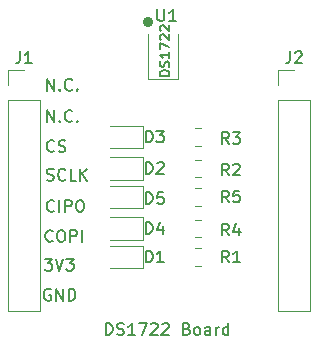
<source format=gto>
%TF.GenerationSoftware,KiCad,Pcbnew,7.0.8*%
%TF.CreationDate,2024-10-03T16:47:23-07:00*%
%TF.ProjectId,lab6PCB,6c616236-5043-4422-9e6b-696361645f70,v01*%
%TF.SameCoordinates,Original*%
%TF.FileFunction,Legend,Top*%
%TF.FilePolarity,Positive*%
%FSLAX46Y46*%
G04 Gerber Fmt 4.6, Leading zero omitted, Abs format (unit mm)*
G04 Created by KiCad (PCBNEW 7.0.8) date 2024-10-03 16:47:23*
%MOMM*%
%LPD*%
G01*
G04 APERTURE LIST*
%ADD10C,0.150000*%
%ADD11C,0.127000*%
%ADD12C,0.100000*%
%ADD13C,0.500000*%
%ADD14C,0.120000*%
G04 APERTURE END LIST*
D10*
X141433779Y-128647819D02*
X141433779Y-127647819D01*
X141433779Y-127647819D02*
X142005207Y-128647819D01*
X142005207Y-128647819D02*
X142005207Y-127647819D01*
X142481398Y-128552580D02*
X142529017Y-128600200D01*
X142529017Y-128600200D02*
X142481398Y-128647819D01*
X142481398Y-128647819D02*
X142433779Y-128600200D01*
X142433779Y-128600200D02*
X142481398Y-128552580D01*
X142481398Y-128552580D02*
X142481398Y-128647819D01*
X143529016Y-128552580D02*
X143481397Y-128600200D01*
X143481397Y-128600200D02*
X143338540Y-128647819D01*
X143338540Y-128647819D02*
X143243302Y-128647819D01*
X143243302Y-128647819D02*
X143100445Y-128600200D01*
X143100445Y-128600200D02*
X143005207Y-128504961D01*
X143005207Y-128504961D02*
X142957588Y-128409723D01*
X142957588Y-128409723D02*
X142909969Y-128219247D01*
X142909969Y-128219247D02*
X142909969Y-128076390D01*
X142909969Y-128076390D02*
X142957588Y-127885914D01*
X142957588Y-127885914D02*
X143005207Y-127790676D01*
X143005207Y-127790676D02*
X143100445Y-127695438D01*
X143100445Y-127695438D02*
X143243302Y-127647819D01*
X143243302Y-127647819D02*
X143338540Y-127647819D01*
X143338540Y-127647819D02*
X143481397Y-127695438D01*
X143481397Y-127695438D02*
X143529016Y-127743057D01*
X143957588Y-128552580D02*
X144005207Y-128600200D01*
X144005207Y-128600200D02*
X143957588Y-128647819D01*
X143957588Y-128647819D02*
X143909969Y-128600200D01*
X143909969Y-128600200D02*
X143957588Y-128552580D01*
X143957588Y-128552580D02*
X143957588Y-128647819D01*
X141433779Y-131314819D02*
X141433779Y-130314819D01*
X141433779Y-130314819D02*
X142005207Y-131314819D01*
X142005207Y-131314819D02*
X142005207Y-130314819D01*
X142481398Y-131219580D02*
X142529017Y-131267200D01*
X142529017Y-131267200D02*
X142481398Y-131314819D01*
X142481398Y-131314819D02*
X142433779Y-131267200D01*
X142433779Y-131267200D02*
X142481398Y-131219580D01*
X142481398Y-131219580D02*
X142481398Y-131314819D01*
X143529016Y-131219580D02*
X143481397Y-131267200D01*
X143481397Y-131267200D02*
X143338540Y-131314819D01*
X143338540Y-131314819D02*
X143243302Y-131314819D01*
X143243302Y-131314819D02*
X143100445Y-131267200D01*
X143100445Y-131267200D02*
X143005207Y-131171961D01*
X143005207Y-131171961D02*
X142957588Y-131076723D01*
X142957588Y-131076723D02*
X142909969Y-130886247D01*
X142909969Y-130886247D02*
X142909969Y-130743390D01*
X142909969Y-130743390D02*
X142957588Y-130552914D01*
X142957588Y-130552914D02*
X143005207Y-130457676D01*
X143005207Y-130457676D02*
X143100445Y-130362438D01*
X143100445Y-130362438D02*
X143243302Y-130314819D01*
X143243302Y-130314819D02*
X143338540Y-130314819D01*
X143338540Y-130314819D02*
X143481397Y-130362438D01*
X143481397Y-130362438D02*
X143529016Y-130410057D01*
X143957588Y-131219580D02*
X144005207Y-131267200D01*
X144005207Y-131267200D02*
X143957588Y-131314819D01*
X143957588Y-131314819D02*
X143909969Y-131267200D01*
X143909969Y-131267200D02*
X143957588Y-131219580D01*
X143957588Y-131219580D02*
X143957588Y-131314819D01*
X142005207Y-133759580D02*
X141957588Y-133807200D01*
X141957588Y-133807200D02*
X141814731Y-133854819D01*
X141814731Y-133854819D02*
X141719493Y-133854819D01*
X141719493Y-133854819D02*
X141576636Y-133807200D01*
X141576636Y-133807200D02*
X141481398Y-133711961D01*
X141481398Y-133711961D02*
X141433779Y-133616723D01*
X141433779Y-133616723D02*
X141386160Y-133426247D01*
X141386160Y-133426247D02*
X141386160Y-133283390D01*
X141386160Y-133283390D02*
X141433779Y-133092914D01*
X141433779Y-133092914D02*
X141481398Y-132997676D01*
X141481398Y-132997676D02*
X141576636Y-132902438D01*
X141576636Y-132902438D02*
X141719493Y-132854819D01*
X141719493Y-132854819D02*
X141814731Y-132854819D01*
X141814731Y-132854819D02*
X141957588Y-132902438D01*
X141957588Y-132902438D02*
X142005207Y-132950057D01*
X142386160Y-133807200D02*
X142529017Y-133854819D01*
X142529017Y-133854819D02*
X142767112Y-133854819D01*
X142767112Y-133854819D02*
X142862350Y-133807200D01*
X142862350Y-133807200D02*
X142909969Y-133759580D01*
X142909969Y-133759580D02*
X142957588Y-133664342D01*
X142957588Y-133664342D02*
X142957588Y-133569104D01*
X142957588Y-133569104D02*
X142909969Y-133473866D01*
X142909969Y-133473866D02*
X142862350Y-133426247D01*
X142862350Y-133426247D02*
X142767112Y-133378628D01*
X142767112Y-133378628D02*
X142576636Y-133331009D01*
X142576636Y-133331009D02*
X142481398Y-133283390D01*
X142481398Y-133283390D02*
X142433779Y-133235771D01*
X142433779Y-133235771D02*
X142386160Y-133140533D01*
X142386160Y-133140533D02*
X142386160Y-133045295D01*
X142386160Y-133045295D02*
X142433779Y-132950057D01*
X142433779Y-132950057D02*
X142481398Y-132902438D01*
X142481398Y-132902438D02*
X142576636Y-132854819D01*
X142576636Y-132854819D02*
X142814731Y-132854819D01*
X142814731Y-132854819D02*
X142957588Y-132902438D01*
X141386160Y-136220200D02*
X141529017Y-136267819D01*
X141529017Y-136267819D02*
X141767112Y-136267819D01*
X141767112Y-136267819D02*
X141862350Y-136220200D01*
X141862350Y-136220200D02*
X141909969Y-136172580D01*
X141909969Y-136172580D02*
X141957588Y-136077342D01*
X141957588Y-136077342D02*
X141957588Y-135982104D01*
X141957588Y-135982104D02*
X141909969Y-135886866D01*
X141909969Y-135886866D02*
X141862350Y-135839247D01*
X141862350Y-135839247D02*
X141767112Y-135791628D01*
X141767112Y-135791628D02*
X141576636Y-135744009D01*
X141576636Y-135744009D02*
X141481398Y-135696390D01*
X141481398Y-135696390D02*
X141433779Y-135648771D01*
X141433779Y-135648771D02*
X141386160Y-135553533D01*
X141386160Y-135553533D02*
X141386160Y-135458295D01*
X141386160Y-135458295D02*
X141433779Y-135363057D01*
X141433779Y-135363057D02*
X141481398Y-135315438D01*
X141481398Y-135315438D02*
X141576636Y-135267819D01*
X141576636Y-135267819D02*
X141814731Y-135267819D01*
X141814731Y-135267819D02*
X141957588Y-135315438D01*
X142957588Y-136172580D02*
X142909969Y-136220200D01*
X142909969Y-136220200D02*
X142767112Y-136267819D01*
X142767112Y-136267819D02*
X142671874Y-136267819D01*
X142671874Y-136267819D02*
X142529017Y-136220200D01*
X142529017Y-136220200D02*
X142433779Y-136124961D01*
X142433779Y-136124961D02*
X142386160Y-136029723D01*
X142386160Y-136029723D02*
X142338541Y-135839247D01*
X142338541Y-135839247D02*
X142338541Y-135696390D01*
X142338541Y-135696390D02*
X142386160Y-135505914D01*
X142386160Y-135505914D02*
X142433779Y-135410676D01*
X142433779Y-135410676D02*
X142529017Y-135315438D01*
X142529017Y-135315438D02*
X142671874Y-135267819D01*
X142671874Y-135267819D02*
X142767112Y-135267819D01*
X142767112Y-135267819D02*
X142909969Y-135315438D01*
X142909969Y-135315438D02*
X142957588Y-135363057D01*
X143862350Y-136267819D02*
X143386160Y-136267819D01*
X143386160Y-136267819D02*
X143386160Y-135267819D01*
X144195684Y-136267819D02*
X144195684Y-135267819D01*
X144767112Y-136267819D02*
X144338541Y-135696390D01*
X144767112Y-135267819D02*
X144195684Y-135839247D01*
X142005207Y-138839580D02*
X141957588Y-138887200D01*
X141957588Y-138887200D02*
X141814731Y-138934819D01*
X141814731Y-138934819D02*
X141719493Y-138934819D01*
X141719493Y-138934819D02*
X141576636Y-138887200D01*
X141576636Y-138887200D02*
X141481398Y-138791961D01*
X141481398Y-138791961D02*
X141433779Y-138696723D01*
X141433779Y-138696723D02*
X141386160Y-138506247D01*
X141386160Y-138506247D02*
X141386160Y-138363390D01*
X141386160Y-138363390D02*
X141433779Y-138172914D01*
X141433779Y-138172914D02*
X141481398Y-138077676D01*
X141481398Y-138077676D02*
X141576636Y-137982438D01*
X141576636Y-137982438D02*
X141719493Y-137934819D01*
X141719493Y-137934819D02*
X141814731Y-137934819D01*
X141814731Y-137934819D02*
X141957588Y-137982438D01*
X141957588Y-137982438D02*
X142005207Y-138030057D01*
X142433779Y-138934819D02*
X142433779Y-137934819D01*
X142909969Y-138934819D02*
X142909969Y-137934819D01*
X142909969Y-137934819D02*
X143290921Y-137934819D01*
X143290921Y-137934819D02*
X143386159Y-137982438D01*
X143386159Y-137982438D02*
X143433778Y-138030057D01*
X143433778Y-138030057D02*
X143481397Y-138125295D01*
X143481397Y-138125295D02*
X143481397Y-138268152D01*
X143481397Y-138268152D02*
X143433778Y-138363390D01*
X143433778Y-138363390D02*
X143386159Y-138411009D01*
X143386159Y-138411009D02*
X143290921Y-138458628D01*
X143290921Y-138458628D02*
X142909969Y-138458628D01*
X144100445Y-137934819D02*
X144290921Y-137934819D01*
X144290921Y-137934819D02*
X144386159Y-137982438D01*
X144386159Y-137982438D02*
X144481397Y-138077676D01*
X144481397Y-138077676D02*
X144529016Y-138268152D01*
X144529016Y-138268152D02*
X144529016Y-138601485D01*
X144529016Y-138601485D02*
X144481397Y-138791961D01*
X144481397Y-138791961D02*
X144386159Y-138887200D01*
X144386159Y-138887200D02*
X144290921Y-138934819D01*
X144290921Y-138934819D02*
X144100445Y-138934819D01*
X144100445Y-138934819D02*
X144005207Y-138887200D01*
X144005207Y-138887200D02*
X143909969Y-138791961D01*
X143909969Y-138791961D02*
X143862350Y-138601485D01*
X143862350Y-138601485D02*
X143862350Y-138268152D01*
X143862350Y-138268152D02*
X143909969Y-138077676D01*
X143909969Y-138077676D02*
X144005207Y-137982438D01*
X144005207Y-137982438D02*
X144100445Y-137934819D01*
X141878207Y-141379580D02*
X141830588Y-141427200D01*
X141830588Y-141427200D02*
X141687731Y-141474819D01*
X141687731Y-141474819D02*
X141592493Y-141474819D01*
X141592493Y-141474819D02*
X141449636Y-141427200D01*
X141449636Y-141427200D02*
X141354398Y-141331961D01*
X141354398Y-141331961D02*
X141306779Y-141236723D01*
X141306779Y-141236723D02*
X141259160Y-141046247D01*
X141259160Y-141046247D02*
X141259160Y-140903390D01*
X141259160Y-140903390D02*
X141306779Y-140712914D01*
X141306779Y-140712914D02*
X141354398Y-140617676D01*
X141354398Y-140617676D02*
X141449636Y-140522438D01*
X141449636Y-140522438D02*
X141592493Y-140474819D01*
X141592493Y-140474819D02*
X141687731Y-140474819D01*
X141687731Y-140474819D02*
X141830588Y-140522438D01*
X141830588Y-140522438D02*
X141878207Y-140570057D01*
X142497255Y-140474819D02*
X142687731Y-140474819D01*
X142687731Y-140474819D02*
X142782969Y-140522438D01*
X142782969Y-140522438D02*
X142878207Y-140617676D01*
X142878207Y-140617676D02*
X142925826Y-140808152D01*
X142925826Y-140808152D02*
X142925826Y-141141485D01*
X142925826Y-141141485D02*
X142878207Y-141331961D01*
X142878207Y-141331961D02*
X142782969Y-141427200D01*
X142782969Y-141427200D02*
X142687731Y-141474819D01*
X142687731Y-141474819D02*
X142497255Y-141474819D01*
X142497255Y-141474819D02*
X142402017Y-141427200D01*
X142402017Y-141427200D02*
X142306779Y-141331961D01*
X142306779Y-141331961D02*
X142259160Y-141141485D01*
X142259160Y-141141485D02*
X142259160Y-140808152D01*
X142259160Y-140808152D02*
X142306779Y-140617676D01*
X142306779Y-140617676D02*
X142402017Y-140522438D01*
X142402017Y-140522438D02*
X142497255Y-140474819D01*
X143354398Y-141474819D02*
X143354398Y-140474819D01*
X143354398Y-140474819D02*
X143735350Y-140474819D01*
X143735350Y-140474819D02*
X143830588Y-140522438D01*
X143830588Y-140522438D02*
X143878207Y-140570057D01*
X143878207Y-140570057D02*
X143925826Y-140665295D01*
X143925826Y-140665295D02*
X143925826Y-140808152D01*
X143925826Y-140808152D02*
X143878207Y-140903390D01*
X143878207Y-140903390D02*
X143830588Y-140951009D01*
X143830588Y-140951009D02*
X143735350Y-140998628D01*
X143735350Y-140998628D02*
X143354398Y-140998628D01*
X144354398Y-141474819D02*
X144354398Y-140474819D01*
X141211541Y-142887819D02*
X141830588Y-142887819D01*
X141830588Y-142887819D02*
X141497255Y-143268771D01*
X141497255Y-143268771D02*
X141640112Y-143268771D01*
X141640112Y-143268771D02*
X141735350Y-143316390D01*
X141735350Y-143316390D02*
X141782969Y-143364009D01*
X141782969Y-143364009D02*
X141830588Y-143459247D01*
X141830588Y-143459247D02*
X141830588Y-143697342D01*
X141830588Y-143697342D02*
X141782969Y-143792580D01*
X141782969Y-143792580D02*
X141735350Y-143840200D01*
X141735350Y-143840200D02*
X141640112Y-143887819D01*
X141640112Y-143887819D02*
X141354398Y-143887819D01*
X141354398Y-143887819D02*
X141259160Y-143840200D01*
X141259160Y-143840200D02*
X141211541Y-143792580D01*
X142116303Y-142887819D02*
X142449636Y-143887819D01*
X142449636Y-143887819D02*
X142782969Y-142887819D01*
X143021065Y-142887819D02*
X143640112Y-142887819D01*
X143640112Y-142887819D02*
X143306779Y-143268771D01*
X143306779Y-143268771D02*
X143449636Y-143268771D01*
X143449636Y-143268771D02*
X143544874Y-143316390D01*
X143544874Y-143316390D02*
X143592493Y-143364009D01*
X143592493Y-143364009D02*
X143640112Y-143459247D01*
X143640112Y-143459247D02*
X143640112Y-143697342D01*
X143640112Y-143697342D02*
X143592493Y-143792580D01*
X143592493Y-143792580D02*
X143544874Y-143840200D01*
X143544874Y-143840200D02*
X143449636Y-143887819D01*
X143449636Y-143887819D02*
X143163922Y-143887819D01*
X143163922Y-143887819D02*
X143068684Y-143840200D01*
X143068684Y-143840200D02*
X143021065Y-143792580D01*
X141703588Y-145475438D02*
X141608350Y-145427819D01*
X141608350Y-145427819D02*
X141465493Y-145427819D01*
X141465493Y-145427819D02*
X141322636Y-145475438D01*
X141322636Y-145475438D02*
X141227398Y-145570676D01*
X141227398Y-145570676D02*
X141179779Y-145665914D01*
X141179779Y-145665914D02*
X141132160Y-145856390D01*
X141132160Y-145856390D02*
X141132160Y-145999247D01*
X141132160Y-145999247D02*
X141179779Y-146189723D01*
X141179779Y-146189723D02*
X141227398Y-146284961D01*
X141227398Y-146284961D02*
X141322636Y-146380200D01*
X141322636Y-146380200D02*
X141465493Y-146427819D01*
X141465493Y-146427819D02*
X141560731Y-146427819D01*
X141560731Y-146427819D02*
X141703588Y-146380200D01*
X141703588Y-146380200D02*
X141751207Y-146332580D01*
X141751207Y-146332580D02*
X141751207Y-145999247D01*
X141751207Y-145999247D02*
X141560731Y-145999247D01*
X142179779Y-146427819D02*
X142179779Y-145427819D01*
X142179779Y-145427819D02*
X142751207Y-146427819D01*
X142751207Y-146427819D02*
X142751207Y-145427819D01*
X143227398Y-146427819D02*
X143227398Y-145427819D01*
X143227398Y-145427819D02*
X143465493Y-145427819D01*
X143465493Y-145427819D02*
X143608350Y-145475438D01*
X143608350Y-145475438D02*
X143703588Y-145570676D01*
X143703588Y-145570676D02*
X143751207Y-145665914D01*
X143751207Y-145665914D02*
X143798826Y-145856390D01*
X143798826Y-145856390D02*
X143798826Y-145999247D01*
X143798826Y-145999247D02*
X143751207Y-146189723D01*
X143751207Y-146189723D02*
X143703588Y-146284961D01*
X143703588Y-146284961D02*
X143608350Y-146380200D01*
X143608350Y-146380200D02*
X143465493Y-146427819D01*
X143465493Y-146427819D02*
X143227398Y-146427819D01*
D11*
X146371647Y-149350015D02*
X146371647Y-148350015D01*
X146371647Y-148350015D02*
X146609742Y-148350015D01*
X146609742Y-148350015D02*
X146752599Y-148397634D01*
X146752599Y-148397634D02*
X146847837Y-148492872D01*
X146847837Y-148492872D02*
X146895456Y-148588110D01*
X146895456Y-148588110D02*
X146943075Y-148778586D01*
X146943075Y-148778586D02*
X146943075Y-148921443D01*
X146943075Y-148921443D02*
X146895456Y-149111919D01*
X146895456Y-149111919D02*
X146847837Y-149207157D01*
X146847837Y-149207157D02*
X146752599Y-149302396D01*
X146752599Y-149302396D02*
X146609742Y-149350015D01*
X146609742Y-149350015D02*
X146371647Y-149350015D01*
X147324028Y-149302396D02*
X147466885Y-149350015D01*
X147466885Y-149350015D02*
X147704980Y-149350015D01*
X147704980Y-149350015D02*
X147800218Y-149302396D01*
X147800218Y-149302396D02*
X147847837Y-149254776D01*
X147847837Y-149254776D02*
X147895456Y-149159538D01*
X147895456Y-149159538D02*
X147895456Y-149064300D01*
X147895456Y-149064300D02*
X147847837Y-148969062D01*
X147847837Y-148969062D02*
X147800218Y-148921443D01*
X147800218Y-148921443D02*
X147704980Y-148873824D01*
X147704980Y-148873824D02*
X147514504Y-148826205D01*
X147514504Y-148826205D02*
X147419266Y-148778586D01*
X147419266Y-148778586D02*
X147371647Y-148730967D01*
X147371647Y-148730967D02*
X147324028Y-148635729D01*
X147324028Y-148635729D02*
X147324028Y-148540491D01*
X147324028Y-148540491D02*
X147371647Y-148445253D01*
X147371647Y-148445253D02*
X147419266Y-148397634D01*
X147419266Y-148397634D02*
X147514504Y-148350015D01*
X147514504Y-148350015D02*
X147752599Y-148350015D01*
X147752599Y-148350015D02*
X147895456Y-148397634D01*
X148847837Y-149350015D02*
X148276409Y-149350015D01*
X148562123Y-149350015D02*
X148562123Y-148350015D01*
X148562123Y-148350015D02*
X148466885Y-148492872D01*
X148466885Y-148492872D02*
X148371647Y-148588110D01*
X148371647Y-148588110D02*
X148276409Y-148635729D01*
X149181171Y-148350015D02*
X149847837Y-148350015D01*
X149847837Y-148350015D02*
X149419266Y-149350015D01*
X150181171Y-148445253D02*
X150228790Y-148397634D01*
X150228790Y-148397634D02*
X150324028Y-148350015D01*
X150324028Y-148350015D02*
X150562123Y-148350015D01*
X150562123Y-148350015D02*
X150657361Y-148397634D01*
X150657361Y-148397634D02*
X150704980Y-148445253D01*
X150704980Y-148445253D02*
X150752599Y-148540491D01*
X150752599Y-148540491D02*
X150752599Y-148635729D01*
X150752599Y-148635729D02*
X150704980Y-148778586D01*
X150704980Y-148778586D02*
X150133552Y-149350015D01*
X150133552Y-149350015D02*
X150752599Y-149350015D01*
X151133552Y-148445253D02*
X151181171Y-148397634D01*
X151181171Y-148397634D02*
X151276409Y-148350015D01*
X151276409Y-148350015D02*
X151514504Y-148350015D01*
X151514504Y-148350015D02*
X151609742Y-148397634D01*
X151609742Y-148397634D02*
X151657361Y-148445253D01*
X151657361Y-148445253D02*
X151704980Y-148540491D01*
X151704980Y-148540491D02*
X151704980Y-148635729D01*
X151704980Y-148635729D02*
X151657361Y-148778586D01*
X151657361Y-148778586D02*
X151085933Y-149350015D01*
X151085933Y-149350015D02*
X151704980Y-149350015D01*
X153228790Y-148826205D02*
X153371647Y-148873824D01*
X153371647Y-148873824D02*
X153419266Y-148921443D01*
X153419266Y-148921443D02*
X153466885Y-149016681D01*
X153466885Y-149016681D02*
X153466885Y-149159538D01*
X153466885Y-149159538D02*
X153419266Y-149254776D01*
X153419266Y-149254776D02*
X153371647Y-149302396D01*
X153371647Y-149302396D02*
X153276409Y-149350015D01*
X153276409Y-149350015D02*
X152895457Y-149350015D01*
X152895457Y-149350015D02*
X152895457Y-148350015D01*
X152895457Y-148350015D02*
X153228790Y-148350015D01*
X153228790Y-148350015D02*
X153324028Y-148397634D01*
X153324028Y-148397634D02*
X153371647Y-148445253D01*
X153371647Y-148445253D02*
X153419266Y-148540491D01*
X153419266Y-148540491D02*
X153419266Y-148635729D01*
X153419266Y-148635729D02*
X153371647Y-148730967D01*
X153371647Y-148730967D02*
X153324028Y-148778586D01*
X153324028Y-148778586D02*
X153228790Y-148826205D01*
X153228790Y-148826205D02*
X152895457Y-148826205D01*
X154038314Y-149350015D02*
X153943076Y-149302396D01*
X153943076Y-149302396D02*
X153895457Y-149254776D01*
X153895457Y-149254776D02*
X153847838Y-149159538D01*
X153847838Y-149159538D02*
X153847838Y-148873824D01*
X153847838Y-148873824D02*
X153895457Y-148778586D01*
X153895457Y-148778586D02*
X153943076Y-148730967D01*
X153943076Y-148730967D02*
X154038314Y-148683348D01*
X154038314Y-148683348D02*
X154181171Y-148683348D01*
X154181171Y-148683348D02*
X154276409Y-148730967D01*
X154276409Y-148730967D02*
X154324028Y-148778586D01*
X154324028Y-148778586D02*
X154371647Y-148873824D01*
X154371647Y-148873824D02*
X154371647Y-149159538D01*
X154371647Y-149159538D02*
X154324028Y-149254776D01*
X154324028Y-149254776D02*
X154276409Y-149302396D01*
X154276409Y-149302396D02*
X154181171Y-149350015D01*
X154181171Y-149350015D02*
X154038314Y-149350015D01*
X155228790Y-149350015D02*
X155228790Y-148826205D01*
X155228790Y-148826205D02*
X155181171Y-148730967D01*
X155181171Y-148730967D02*
X155085933Y-148683348D01*
X155085933Y-148683348D02*
X154895457Y-148683348D01*
X154895457Y-148683348D02*
X154800219Y-148730967D01*
X155228790Y-149302396D02*
X155133552Y-149350015D01*
X155133552Y-149350015D02*
X154895457Y-149350015D01*
X154895457Y-149350015D02*
X154800219Y-149302396D01*
X154800219Y-149302396D02*
X154752600Y-149207157D01*
X154752600Y-149207157D02*
X154752600Y-149111919D01*
X154752600Y-149111919D02*
X154800219Y-149016681D01*
X154800219Y-149016681D02*
X154895457Y-148969062D01*
X154895457Y-148969062D02*
X155133552Y-148969062D01*
X155133552Y-148969062D02*
X155228790Y-148921443D01*
X155704981Y-149350015D02*
X155704981Y-148683348D01*
X155704981Y-148873824D02*
X155752600Y-148778586D01*
X155752600Y-148778586D02*
X155800219Y-148730967D01*
X155800219Y-148730967D02*
X155895457Y-148683348D01*
X155895457Y-148683348D02*
X155990695Y-148683348D01*
X156752600Y-149350015D02*
X156752600Y-148350015D01*
X156752600Y-149302396D02*
X156657362Y-149350015D01*
X156657362Y-149350015D02*
X156466886Y-149350015D01*
X156466886Y-149350015D02*
X156371648Y-149302396D01*
X156371648Y-149302396D02*
X156324029Y-149254776D01*
X156324029Y-149254776D02*
X156276410Y-149159538D01*
X156276410Y-149159538D02*
X156276410Y-148873824D01*
X156276410Y-148873824D02*
X156324029Y-148778586D01*
X156324029Y-148778586D02*
X156371648Y-148730967D01*
X156371648Y-148730967D02*
X156466886Y-148683348D01*
X156466886Y-148683348D02*
X156657362Y-148683348D01*
X156657362Y-148683348D02*
X156752600Y-148730967D01*
X150749095Y-121757015D02*
X150749095Y-122566538D01*
X150749095Y-122566538D02*
X150796714Y-122661776D01*
X150796714Y-122661776D02*
X150844333Y-122709396D01*
X150844333Y-122709396D02*
X150939571Y-122757015D01*
X150939571Y-122757015D02*
X151130047Y-122757015D01*
X151130047Y-122757015D02*
X151225285Y-122709396D01*
X151225285Y-122709396D02*
X151272904Y-122661776D01*
X151272904Y-122661776D02*
X151320523Y-122566538D01*
X151320523Y-122566538D02*
X151320523Y-121757015D01*
X152320523Y-122757015D02*
X151749095Y-122757015D01*
X152034809Y-122757015D02*
X152034809Y-121757015D01*
X152034809Y-121757015D02*
X151939571Y-121899872D01*
X151939571Y-121899872D02*
X151844333Y-121995110D01*
X151844333Y-121995110D02*
X151749095Y-122042729D01*
X151752491Y-127385471D02*
X150952491Y-127385471D01*
X150952491Y-127385471D02*
X150952491Y-127194995D01*
X150952491Y-127194995D02*
X150990586Y-127080709D01*
X150990586Y-127080709D02*
X151066776Y-127004519D01*
X151066776Y-127004519D02*
X151142967Y-126966424D01*
X151142967Y-126966424D02*
X151295348Y-126928328D01*
X151295348Y-126928328D02*
X151409634Y-126928328D01*
X151409634Y-126928328D02*
X151562015Y-126966424D01*
X151562015Y-126966424D02*
X151638205Y-127004519D01*
X151638205Y-127004519D02*
X151714396Y-127080709D01*
X151714396Y-127080709D02*
X151752491Y-127194995D01*
X151752491Y-127194995D02*
X151752491Y-127385471D01*
X151714396Y-126623567D02*
X151752491Y-126509281D01*
X151752491Y-126509281D02*
X151752491Y-126318805D01*
X151752491Y-126318805D02*
X151714396Y-126242614D01*
X151714396Y-126242614D02*
X151676300Y-126204519D01*
X151676300Y-126204519D02*
X151600110Y-126166424D01*
X151600110Y-126166424D02*
X151523919Y-126166424D01*
X151523919Y-126166424D02*
X151447729Y-126204519D01*
X151447729Y-126204519D02*
X151409634Y-126242614D01*
X151409634Y-126242614D02*
X151371538Y-126318805D01*
X151371538Y-126318805D02*
X151333443Y-126471186D01*
X151333443Y-126471186D02*
X151295348Y-126547376D01*
X151295348Y-126547376D02*
X151257253Y-126585471D01*
X151257253Y-126585471D02*
X151181062Y-126623567D01*
X151181062Y-126623567D02*
X151104872Y-126623567D01*
X151104872Y-126623567D02*
X151028681Y-126585471D01*
X151028681Y-126585471D02*
X150990586Y-126547376D01*
X150990586Y-126547376D02*
X150952491Y-126471186D01*
X150952491Y-126471186D02*
X150952491Y-126280709D01*
X150952491Y-126280709D02*
X150990586Y-126166424D01*
X151752491Y-125404519D02*
X151752491Y-125861662D01*
X151752491Y-125633090D02*
X150952491Y-125633090D01*
X150952491Y-125633090D02*
X151066776Y-125709281D01*
X151066776Y-125709281D02*
X151142967Y-125785471D01*
X151142967Y-125785471D02*
X151181062Y-125861662D01*
X150952491Y-125137852D02*
X150952491Y-124604518D01*
X150952491Y-124604518D02*
X151752491Y-124947376D01*
X151028681Y-124337852D02*
X150990586Y-124299756D01*
X150990586Y-124299756D02*
X150952491Y-124223566D01*
X150952491Y-124223566D02*
X150952491Y-124033090D01*
X150952491Y-124033090D02*
X150990586Y-123956899D01*
X150990586Y-123956899D02*
X151028681Y-123918804D01*
X151028681Y-123918804D02*
X151104872Y-123880709D01*
X151104872Y-123880709D02*
X151181062Y-123880709D01*
X151181062Y-123880709D02*
X151295348Y-123918804D01*
X151295348Y-123918804D02*
X151752491Y-124375947D01*
X151752491Y-124375947D02*
X151752491Y-123880709D01*
X151028681Y-123575947D02*
X150990586Y-123537851D01*
X150990586Y-123537851D02*
X150952491Y-123461661D01*
X150952491Y-123461661D02*
X150952491Y-123271185D01*
X150952491Y-123271185D02*
X150990586Y-123194994D01*
X150990586Y-123194994D02*
X151028681Y-123156899D01*
X151028681Y-123156899D02*
X151104872Y-123118804D01*
X151104872Y-123118804D02*
X151181062Y-123118804D01*
X151181062Y-123118804D02*
X151295348Y-123156899D01*
X151295348Y-123156899D02*
X151752491Y-123614042D01*
X151752491Y-123614042D02*
X151752491Y-123118804D01*
D10*
X156782333Y-138122819D02*
X156449000Y-137646628D01*
X156210905Y-138122819D02*
X156210905Y-137122819D01*
X156210905Y-137122819D02*
X156591857Y-137122819D01*
X156591857Y-137122819D02*
X156687095Y-137170438D01*
X156687095Y-137170438D02*
X156734714Y-137218057D01*
X156734714Y-137218057D02*
X156782333Y-137313295D01*
X156782333Y-137313295D02*
X156782333Y-137456152D01*
X156782333Y-137456152D02*
X156734714Y-137551390D01*
X156734714Y-137551390D02*
X156687095Y-137599009D01*
X156687095Y-137599009D02*
X156591857Y-137646628D01*
X156591857Y-137646628D02*
X156210905Y-137646628D01*
X157687095Y-137122819D02*
X157210905Y-137122819D01*
X157210905Y-137122819D02*
X157163286Y-137599009D01*
X157163286Y-137599009D02*
X157210905Y-137551390D01*
X157210905Y-137551390D02*
X157306143Y-137503771D01*
X157306143Y-137503771D02*
X157544238Y-137503771D01*
X157544238Y-137503771D02*
X157639476Y-137551390D01*
X157639476Y-137551390D02*
X157687095Y-137599009D01*
X157687095Y-137599009D02*
X157734714Y-137694247D01*
X157734714Y-137694247D02*
X157734714Y-137932342D01*
X157734714Y-137932342D02*
X157687095Y-138027580D01*
X157687095Y-138027580D02*
X157639476Y-138075200D01*
X157639476Y-138075200D02*
X157544238Y-138122819D01*
X157544238Y-138122819D02*
X157306143Y-138122819D01*
X157306143Y-138122819D02*
X157210905Y-138075200D01*
X157210905Y-138075200D02*
X157163286Y-138027580D01*
X156782333Y-140916819D02*
X156449000Y-140440628D01*
X156210905Y-140916819D02*
X156210905Y-139916819D01*
X156210905Y-139916819D02*
X156591857Y-139916819D01*
X156591857Y-139916819D02*
X156687095Y-139964438D01*
X156687095Y-139964438D02*
X156734714Y-140012057D01*
X156734714Y-140012057D02*
X156782333Y-140107295D01*
X156782333Y-140107295D02*
X156782333Y-140250152D01*
X156782333Y-140250152D02*
X156734714Y-140345390D01*
X156734714Y-140345390D02*
X156687095Y-140393009D01*
X156687095Y-140393009D02*
X156591857Y-140440628D01*
X156591857Y-140440628D02*
X156210905Y-140440628D01*
X157639476Y-140250152D02*
X157639476Y-140916819D01*
X157401381Y-139869200D02*
X157163286Y-140583485D01*
X157163286Y-140583485D02*
X157782333Y-140583485D01*
X156782333Y-133169819D02*
X156449000Y-132693628D01*
X156210905Y-133169819D02*
X156210905Y-132169819D01*
X156210905Y-132169819D02*
X156591857Y-132169819D01*
X156591857Y-132169819D02*
X156687095Y-132217438D01*
X156687095Y-132217438D02*
X156734714Y-132265057D01*
X156734714Y-132265057D02*
X156782333Y-132360295D01*
X156782333Y-132360295D02*
X156782333Y-132503152D01*
X156782333Y-132503152D02*
X156734714Y-132598390D01*
X156734714Y-132598390D02*
X156687095Y-132646009D01*
X156687095Y-132646009D02*
X156591857Y-132693628D01*
X156591857Y-132693628D02*
X156210905Y-132693628D01*
X157115667Y-132169819D02*
X157734714Y-132169819D01*
X157734714Y-132169819D02*
X157401381Y-132550771D01*
X157401381Y-132550771D02*
X157544238Y-132550771D01*
X157544238Y-132550771D02*
X157639476Y-132598390D01*
X157639476Y-132598390D02*
X157687095Y-132646009D01*
X157687095Y-132646009D02*
X157734714Y-132741247D01*
X157734714Y-132741247D02*
X157734714Y-132979342D01*
X157734714Y-132979342D02*
X157687095Y-133074580D01*
X157687095Y-133074580D02*
X157639476Y-133122200D01*
X157639476Y-133122200D02*
X157544238Y-133169819D01*
X157544238Y-133169819D02*
X157258524Y-133169819D01*
X157258524Y-133169819D02*
X157163286Y-133122200D01*
X157163286Y-133122200D02*
X157115667Y-133074580D01*
X156782333Y-135836819D02*
X156449000Y-135360628D01*
X156210905Y-135836819D02*
X156210905Y-134836819D01*
X156210905Y-134836819D02*
X156591857Y-134836819D01*
X156591857Y-134836819D02*
X156687095Y-134884438D01*
X156687095Y-134884438D02*
X156734714Y-134932057D01*
X156734714Y-134932057D02*
X156782333Y-135027295D01*
X156782333Y-135027295D02*
X156782333Y-135170152D01*
X156782333Y-135170152D02*
X156734714Y-135265390D01*
X156734714Y-135265390D02*
X156687095Y-135313009D01*
X156687095Y-135313009D02*
X156591857Y-135360628D01*
X156591857Y-135360628D02*
X156210905Y-135360628D01*
X157163286Y-134932057D02*
X157210905Y-134884438D01*
X157210905Y-134884438D02*
X157306143Y-134836819D01*
X157306143Y-134836819D02*
X157544238Y-134836819D01*
X157544238Y-134836819D02*
X157639476Y-134884438D01*
X157639476Y-134884438D02*
X157687095Y-134932057D01*
X157687095Y-134932057D02*
X157734714Y-135027295D01*
X157734714Y-135027295D02*
X157734714Y-135122533D01*
X157734714Y-135122533D02*
X157687095Y-135265390D01*
X157687095Y-135265390D02*
X157115667Y-135836819D01*
X157115667Y-135836819D02*
X157734714Y-135836819D01*
X156782333Y-143202819D02*
X156449000Y-142726628D01*
X156210905Y-143202819D02*
X156210905Y-142202819D01*
X156210905Y-142202819D02*
X156591857Y-142202819D01*
X156591857Y-142202819D02*
X156687095Y-142250438D01*
X156687095Y-142250438D02*
X156734714Y-142298057D01*
X156734714Y-142298057D02*
X156782333Y-142393295D01*
X156782333Y-142393295D02*
X156782333Y-142536152D01*
X156782333Y-142536152D02*
X156734714Y-142631390D01*
X156734714Y-142631390D02*
X156687095Y-142679009D01*
X156687095Y-142679009D02*
X156591857Y-142726628D01*
X156591857Y-142726628D02*
X156210905Y-142726628D01*
X157734714Y-143202819D02*
X157163286Y-143202819D01*
X157449000Y-143202819D02*
X157449000Y-142202819D01*
X157449000Y-142202819D02*
X157353762Y-142345676D01*
X157353762Y-142345676D02*
X157258524Y-142440914D01*
X157258524Y-142440914D02*
X157163286Y-142488533D01*
X161972666Y-125333819D02*
X161972666Y-126048104D01*
X161972666Y-126048104D02*
X161925047Y-126190961D01*
X161925047Y-126190961D02*
X161829809Y-126286200D01*
X161829809Y-126286200D02*
X161686952Y-126333819D01*
X161686952Y-126333819D02*
X161591714Y-126333819D01*
X162401238Y-125429057D02*
X162448857Y-125381438D01*
X162448857Y-125381438D02*
X162544095Y-125333819D01*
X162544095Y-125333819D02*
X162782190Y-125333819D01*
X162782190Y-125333819D02*
X162877428Y-125381438D01*
X162877428Y-125381438D02*
X162925047Y-125429057D01*
X162925047Y-125429057D02*
X162972666Y-125524295D01*
X162972666Y-125524295D02*
X162972666Y-125619533D01*
X162972666Y-125619533D02*
X162925047Y-125762390D01*
X162925047Y-125762390D02*
X162353619Y-126333819D01*
X162353619Y-126333819D02*
X162972666Y-126333819D01*
X139112666Y-125333819D02*
X139112666Y-126048104D01*
X139112666Y-126048104D02*
X139065047Y-126190961D01*
X139065047Y-126190961D02*
X138969809Y-126286200D01*
X138969809Y-126286200D02*
X138826952Y-126333819D01*
X138826952Y-126333819D02*
X138731714Y-126333819D01*
X140112666Y-126333819D02*
X139541238Y-126333819D01*
X139826952Y-126333819D02*
X139826952Y-125333819D01*
X139826952Y-125333819D02*
X139731714Y-125476676D01*
X139731714Y-125476676D02*
X139636476Y-125571914D01*
X139636476Y-125571914D02*
X139541238Y-125619533D01*
X149756905Y-138249819D02*
X149756905Y-137249819D01*
X149756905Y-137249819D02*
X149995000Y-137249819D01*
X149995000Y-137249819D02*
X150137857Y-137297438D01*
X150137857Y-137297438D02*
X150233095Y-137392676D01*
X150233095Y-137392676D02*
X150280714Y-137487914D01*
X150280714Y-137487914D02*
X150328333Y-137678390D01*
X150328333Y-137678390D02*
X150328333Y-137821247D01*
X150328333Y-137821247D02*
X150280714Y-138011723D01*
X150280714Y-138011723D02*
X150233095Y-138106961D01*
X150233095Y-138106961D02*
X150137857Y-138202200D01*
X150137857Y-138202200D02*
X149995000Y-138249819D01*
X149995000Y-138249819D02*
X149756905Y-138249819D01*
X151233095Y-137249819D02*
X150756905Y-137249819D01*
X150756905Y-137249819D02*
X150709286Y-137726009D01*
X150709286Y-137726009D02*
X150756905Y-137678390D01*
X150756905Y-137678390D02*
X150852143Y-137630771D01*
X150852143Y-137630771D02*
X151090238Y-137630771D01*
X151090238Y-137630771D02*
X151185476Y-137678390D01*
X151185476Y-137678390D02*
X151233095Y-137726009D01*
X151233095Y-137726009D02*
X151280714Y-137821247D01*
X151280714Y-137821247D02*
X151280714Y-138059342D01*
X151280714Y-138059342D02*
X151233095Y-138154580D01*
X151233095Y-138154580D02*
X151185476Y-138202200D01*
X151185476Y-138202200D02*
X151090238Y-138249819D01*
X151090238Y-138249819D02*
X150852143Y-138249819D01*
X150852143Y-138249819D02*
X150756905Y-138202200D01*
X150756905Y-138202200D02*
X150709286Y-138154580D01*
X149756905Y-140789819D02*
X149756905Y-139789819D01*
X149756905Y-139789819D02*
X149995000Y-139789819D01*
X149995000Y-139789819D02*
X150137857Y-139837438D01*
X150137857Y-139837438D02*
X150233095Y-139932676D01*
X150233095Y-139932676D02*
X150280714Y-140027914D01*
X150280714Y-140027914D02*
X150328333Y-140218390D01*
X150328333Y-140218390D02*
X150328333Y-140361247D01*
X150328333Y-140361247D02*
X150280714Y-140551723D01*
X150280714Y-140551723D02*
X150233095Y-140646961D01*
X150233095Y-140646961D02*
X150137857Y-140742200D01*
X150137857Y-140742200D02*
X149995000Y-140789819D01*
X149995000Y-140789819D02*
X149756905Y-140789819D01*
X151185476Y-140123152D02*
X151185476Y-140789819D01*
X150947381Y-139742200D02*
X150709286Y-140456485D01*
X150709286Y-140456485D02*
X151328333Y-140456485D01*
X149756905Y-133042819D02*
X149756905Y-132042819D01*
X149756905Y-132042819D02*
X149995000Y-132042819D01*
X149995000Y-132042819D02*
X150137857Y-132090438D01*
X150137857Y-132090438D02*
X150233095Y-132185676D01*
X150233095Y-132185676D02*
X150280714Y-132280914D01*
X150280714Y-132280914D02*
X150328333Y-132471390D01*
X150328333Y-132471390D02*
X150328333Y-132614247D01*
X150328333Y-132614247D02*
X150280714Y-132804723D01*
X150280714Y-132804723D02*
X150233095Y-132899961D01*
X150233095Y-132899961D02*
X150137857Y-132995200D01*
X150137857Y-132995200D02*
X149995000Y-133042819D01*
X149995000Y-133042819D02*
X149756905Y-133042819D01*
X150661667Y-132042819D02*
X151280714Y-132042819D01*
X151280714Y-132042819D02*
X150947381Y-132423771D01*
X150947381Y-132423771D02*
X151090238Y-132423771D01*
X151090238Y-132423771D02*
X151185476Y-132471390D01*
X151185476Y-132471390D02*
X151233095Y-132519009D01*
X151233095Y-132519009D02*
X151280714Y-132614247D01*
X151280714Y-132614247D02*
X151280714Y-132852342D01*
X151280714Y-132852342D02*
X151233095Y-132947580D01*
X151233095Y-132947580D02*
X151185476Y-132995200D01*
X151185476Y-132995200D02*
X151090238Y-133042819D01*
X151090238Y-133042819D02*
X150804524Y-133042819D01*
X150804524Y-133042819D02*
X150709286Y-132995200D01*
X150709286Y-132995200D02*
X150661667Y-132947580D01*
X149756905Y-135709819D02*
X149756905Y-134709819D01*
X149756905Y-134709819D02*
X149995000Y-134709819D01*
X149995000Y-134709819D02*
X150137857Y-134757438D01*
X150137857Y-134757438D02*
X150233095Y-134852676D01*
X150233095Y-134852676D02*
X150280714Y-134947914D01*
X150280714Y-134947914D02*
X150328333Y-135138390D01*
X150328333Y-135138390D02*
X150328333Y-135281247D01*
X150328333Y-135281247D02*
X150280714Y-135471723D01*
X150280714Y-135471723D02*
X150233095Y-135566961D01*
X150233095Y-135566961D02*
X150137857Y-135662200D01*
X150137857Y-135662200D02*
X149995000Y-135709819D01*
X149995000Y-135709819D02*
X149756905Y-135709819D01*
X150709286Y-134805057D02*
X150756905Y-134757438D01*
X150756905Y-134757438D02*
X150852143Y-134709819D01*
X150852143Y-134709819D02*
X151090238Y-134709819D01*
X151090238Y-134709819D02*
X151185476Y-134757438D01*
X151185476Y-134757438D02*
X151233095Y-134805057D01*
X151233095Y-134805057D02*
X151280714Y-134900295D01*
X151280714Y-134900295D02*
X151280714Y-134995533D01*
X151280714Y-134995533D02*
X151233095Y-135138390D01*
X151233095Y-135138390D02*
X150661667Y-135709819D01*
X150661667Y-135709819D02*
X151280714Y-135709819D01*
X149756905Y-143202819D02*
X149756905Y-142202819D01*
X149756905Y-142202819D02*
X149995000Y-142202819D01*
X149995000Y-142202819D02*
X150137857Y-142250438D01*
X150137857Y-142250438D02*
X150233095Y-142345676D01*
X150233095Y-142345676D02*
X150280714Y-142440914D01*
X150280714Y-142440914D02*
X150328333Y-142631390D01*
X150328333Y-142631390D02*
X150328333Y-142774247D01*
X150328333Y-142774247D02*
X150280714Y-142964723D01*
X150280714Y-142964723D02*
X150233095Y-143059961D01*
X150233095Y-143059961D02*
X150137857Y-143155200D01*
X150137857Y-143155200D02*
X149995000Y-143202819D01*
X149995000Y-143202819D02*
X149756905Y-143202819D01*
X151280714Y-143202819D02*
X150709286Y-143202819D01*
X150995000Y-143202819D02*
X150995000Y-142202819D01*
X150995000Y-142202819D02*
X150899762Y-142345676D01*
X150899762Y-142345676D02*
X150804524Y-142440914D01*
X150804524Y-142440914D02*
X150709286Y-142488533D01*
D12*
%TO.C,U1*%
X152492000Y-127659500D02*
X152492000Y-123849500D01*
X149952000Y-127659500D02*
X152492000Y-127659500D01*
X149952000Y-123849500D02*
X149952000Y-127659500D01*
D13*
X150152000Y-122849500D02*
G75*
G03*
X150152000Y-122849500I-200000J0D01*
G01*
D14*
%TO.C,R5*%
X153950936Y-138403000D02*
X154405064Y-138403000D01*
X153950936Y-136933000D02*
X154405064Y-136933000D01*
%TO.C,R4*%
X153950936Y-139600000D02*
X154405064Y-139600000D01*
X153950936Y-141070000D02*
X154405064Y-141070000D01*
%TO.C,R3*%
X153950936Y-131853000D02*
X154405064Y-131853000D01*
X153950936Y-133323000D02*
X154405064Y-133323000D01*
%TO.C,R2*%
X153950936Y-135990000D02*
X154405064Y-135990000D01*
X153950936Y-134520000D02*
X154405064Y-134520000D01*
%TO.C,R1*%
X153950936Y-143483000D02*
X154405064Y-143483000D01*
X153950936Y-142013000D02*
X154405064Y-142013000D01*
%TO.C,J2*%
X160976000Y-129479000D02*
X163636000Y-129479000D01*
X160976000Y-147319000D02*
X163636000Y-147319000D01*
X160976000Y-129479000D02*
X160976000Y-147319000D01*
X160976000Y-128209000D02*
X160976000Y-126879000D01*
X163636000Y-129479000D02*
X163636000Y-147319000D01*
X160976000Y-126879000D02*
X162306000Y-126879000D01*
%TO.C,J1*%
X138116000Y-129479000D02*
X140776000Y-129479000D01*
X138116000Y-147319000D02*
X140776000Y-147319000D01*
X138116000Y-129479000D02*
X138116000Y-147319000D01*
X138116000Y-128209000D02*
X138116000Y-126879000D01*
X140776000Y-129479000D02*
X140776000Y-147319000D01*
X138116000Y-126879000D02*
X139446000Y-126879000D01*
%TO.C,D5*%
X149561000Y-138628000D02*
X149561000Y-136708000D01*
X146701000Y-138628000D02*
X149561000Y-138628000D01*
X149561000Y-136708000D02*
X146701000Y-136708000D01*
%TO.C,D4*%
X149561000Y-141295000D02*
X149561000Y-139375000D01*
X146701000Y-141295000D02*
X149561000Y-141295000D01*
X149561000Y-139375000D02*
X146701000Y-139375000D01*
%TO.C,D3*%
X149561000Y-133548000D02*
X149561000Y-131628000D01*
X146701000Y-133548000D02*
X149561000Y-133548000D01*
X149561000Y-131628000D02*
X146701000Y-131628000D01*
%TO.C,D2*%
X149561000Y-136215000D02*
X149561000Y-134295000D01*
X146701000Y-136215000D02*
X149561000Y-136215000D01*
X149561000Y-134295000D02*
X146701000Y-134295000D01*
%TO.C,D1*%
X149561000Y-141788000D02*
X146701000Y-141788000D01*
X146701000Y-143708000D02*
X149561000Y-143708000D01*
X149561000Y-143708000D02*
X149561000Y-141788000D01*
%TD*%
M02*

</source>
